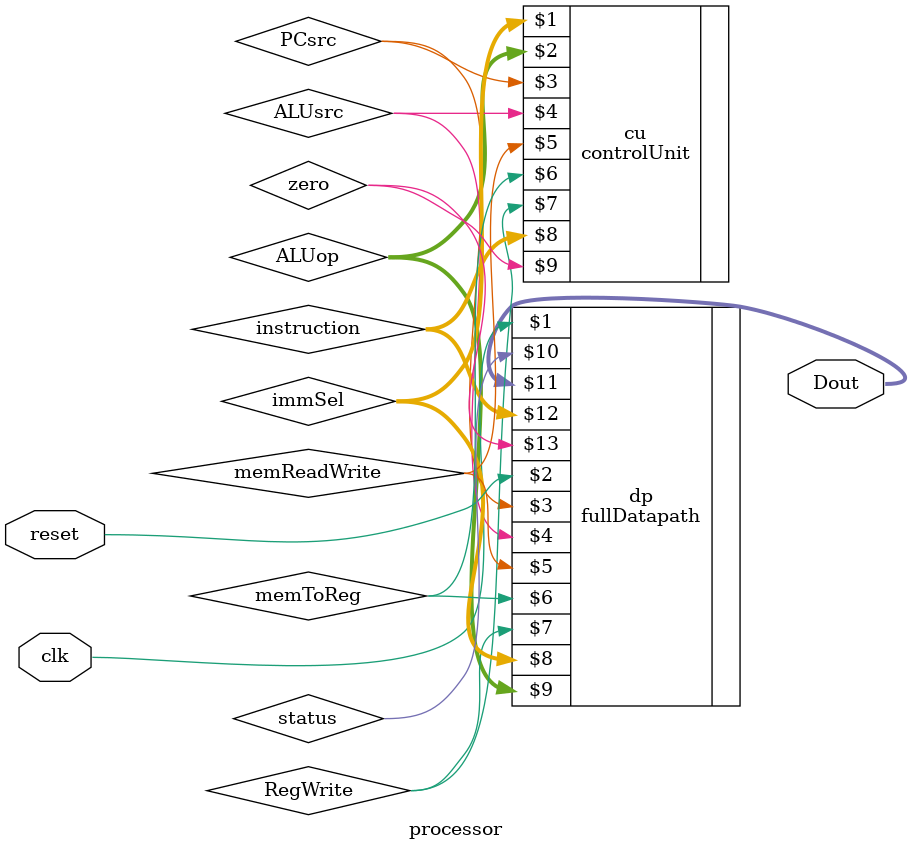
<source format=v>
module processor (Dout, clk, reset);

 input  clk, reset;
 output [31:0] Dout;

 wire PCsrc, ALUsrc, memReadWrite, memToReg, RegWrite, zero;
 wire [1:0] immSel;
 wire [2:0] ALUop;
 wire [31:0] instruction;
 
 fullDatapath dp (clk, reset, PCsrc, ALUsrc, memReadWrite, memToReg, RegWrite, immSel, ALUop, status, Dout, instruction, zero);
 controlUnit cu (immSel, ALUop, PCsrc, ALUsrc, memReadWrite, memToReg, RegWrite, instruction, zero);
 
endmodule 
</source>
